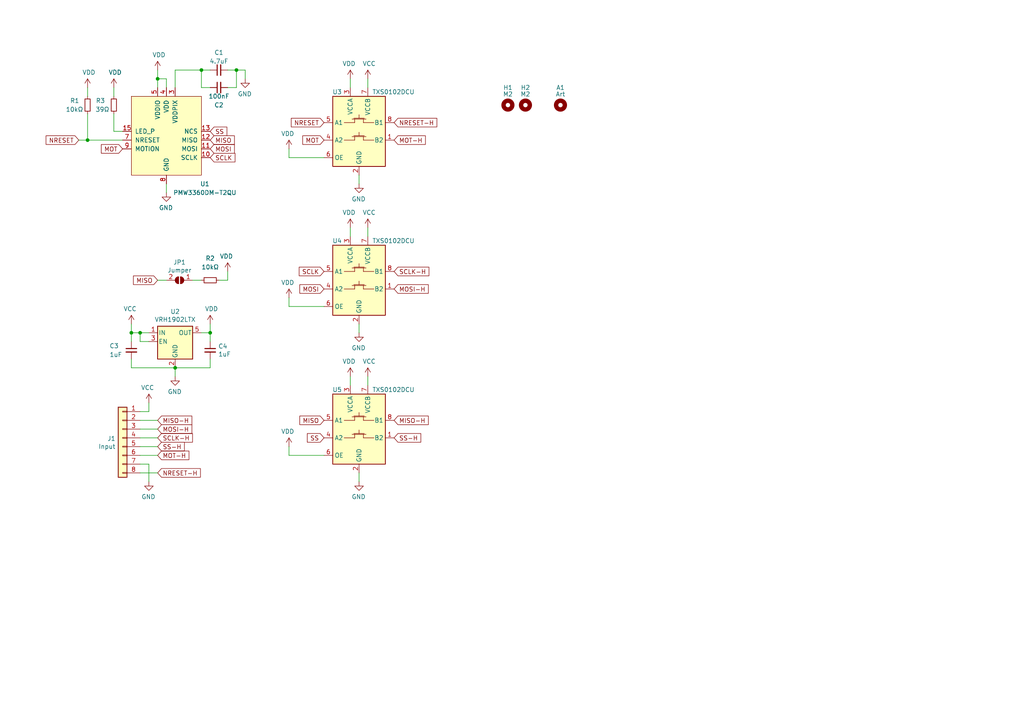
<source format=kicad_sch>
(kicad_sch (version 20211123) (generator eeschema)
  (paper "A4")
  (title_block (title "Ogen") (date "2022-11-11") (rev "V1.2") (company "Ariamelon"))
  (lib_symbols
    (symbol "Connector_Generic:Conn_01x08" (pin_names (offset 1.016) hide)
      (property "Reference" "J" (at 0 10.16 0))
      (property "Value" "Conn_01x08" (at 0 -12.7 0))
      (symbol "Conn_01x08_1_1"
        (rectangle (start -1.27 -10.033) (end 0 -10.287) (stroke (width 0.1524)))
        (rectangle (start -1.27 -7.493) (end 0 -7.747) (stroke (width 0.1524)))
        (rectangle (start -1.27 -4.953) (end 0 -5.207) (stroke (width 0.1524)))
        (rectangle (start -1.27 -2.413) (end 0 -2.667) (stroke (width 0.1524)))
        (rectangle (start -1.27 0.127) (end 0 -0.127) (stroke (width 0.1524)))
        (rectangle (start -1.27 2.667) (end 0 2.413) (stroke (width 0.1524)))
        (rectangle (start -1.27 5.207) (end 0 4.953) (stroke (width 0.1524)))
        (rectangle (start -1.27 7.747) (end 0 7.493) (stroke (width 0.1524)))
        (rectangle (start -1.27 8.89) (end 1.27 -11.43) (stroke (width 0.254)) (fill (type background)))
        (pin passive line (at -5.08 7.62 0) (length 3.81) (name "Pin_1") (number "1"))
        (pin passive line (at -5.08 5.08 0) (length 3.81) (name "Pin_2") (number "2"))
        (pin passive line (at -5.08 2.54 0) (length 3.81) (name "Pin_3") (number "3"))
        (pin passive line (at -5.08 0 0) (length 3.81) (name "Pin_4") (number "4"))
        (pin passive line (at -5.08 -2.54 0) (length 3.81) (name "Pin_5") (number "5"))
        (pin passive line (at -5.08 -5.08 0) (length 3.81) (name "Pin_6") (number "6"))
        (pin passive line (at -5.08 -7.62 0) (length 3.81) (name "Pin_7") (number "7"))
        (pin passive line (at -5.08 -10.16 0) (length 3.81) (name "Pin_8") (number "8"))
      )
    )
    (symbol "Device:C_Small" (pin_numbers hide) (pin_names (offset 0.254) hide)
      (property "Reference" "C" (at 0.254 1.778 0))
      (property "Value" "C_Small" (at 0.254 -2.032 0))
      (symbol "C_Small_0_1"
        (polyline (pts (xy -1.524 -0.508) (xy 1.524 -0.508)) (stroke (width 0.3302)))
        (polyline (pts (xy -1.524 0.508) (xy 1.524 0.508)) (stroke (width 0.3048)))
      )
      (symbol "C_Small_1_1"
        (pin passive line (at 0 2.54 270) (length 2.032) (name "~") (number "1"))
        (pin passive line (at 0 -2.54 90) (length 2.032) (name "~") (number "2"))
      )
    )
    (symbol "Device:R_Small" (pin_numbers hide) (pin_names (offset 0.254) hide)
      (property "Reference" "R" (at 0.762 0.508 0))
      (property "Value" "R_Small" (at 0.762 -1.016 0))
      (symbol "R_Small_0_1"
        (rectangle (start -0.762 1.778) (end 0.762 -1.778) (stroke (width 0.2032)))
      )
      (symbol "R_Small_1_1"
        (pin passive line (at 0 2.54 270) (length 0.762) (name "~") (number "1"))
        (pin passive line (at 0 -2.54 90) (length 0.762) (name "~") (number "2"))
      )
    )
    (symbol "Jumper:SolderJumper_2_Open" (pin_names (offset 0) hide)
      (property "Reference" "JP" (at 0 2.032 0))
      (property "Value" "SolderJumper_2_Open" (at 0 -2.54 0))
      (symbol "SolderJumper_2_Open_0_1"
        (arc (start -0.254 1.016) (mid -1.27 0) (end -0.254 -1.016))
        (arc (start -0.254 1.016) (mid -1.27 0) (end -0.254 -1.016) (fill (type outline)))
        (polyline (pts (xy -0.254 1.016) (xy -0.254 -1.016)))
        (polyline (pts (xy 0.254 1.016) (xy 0.254 -1.016)))
        (arc (start 0.254 -1.016) (mid 1.27 0) (end 0.254 1.016))
        (arc (start 0.254 -1.016) (mid 1.27 0) (end 0.254 1.016) (fill (type outline)))
      )
      (symbol "SolderJumper_2_Open_1_1"
        (pin passive line (at -3.81 0 0) (length 2.54) (name "A") (number "1"))
        (pin passive line (at 3.81 0 180) (length 2.54) (name "B") (number "2"))
      )
    )
    (symbol "Logic_LevelTranslator:TXS0102DCU"
      (property "Reference" "U" (at -6.35 11.43 0))
      (property "Value" "TXS0102DCU" (at 3.81 11.43 0))
      (symbol "TXS0102DCU_0_1"
        (rectangle (start -7.62 10.16) (end 7.62 -10.16) (stroke (width 0.254)) (fill (type background)))
        (polyline (pts (xy -4.318 -2.54) (xy -1.27 -2.54)))
        (polyline (pts (xy -2.032 -1.524) (xy 2.032 -1.524)))
        (polyline (pts (xy -1.524 -1.27) (xy 1.524 -1.27)))
        (polyline (pts (xy -1.27 -2.54) (xy -1.27 -1.524)))
        (polyline (pts (xy 0 -1.27) (xy 0 -0.254)))
        (polyline (pts (xy 1.27 -2.54) (xy 1.27 -1.524)))
        (polyline (pts (xy 4.318 -2.54) (xy 1.27 -2.54)))
      )
      (symbol "TXS0102DCU_1_1"
        (polyline (pts (xy -4.318 2.54) (xy -1.27 2.54)))
        (polyline (pts (xy -2.032 3.556) (xy 2.032 3.556)))
        (polyline (pts (xy -1.524 3.81) (xy 1.524 3.81)))
        (polyline (pts (xy -1.27 2.54) (xy -1.27 3.556)))
        (polyline (pts (xy 0 3.81) (xy 0 4.826)))
        (polyline (pts (xy 1.27 2.54) (xy 1.27 3.556)))
        (polyline (pts (xy 4.318 2.54) (xy 1.27 2.54)))
        (pin bidirectional line (at 10.16 -2.54 180) (length 2.54) (name "B2") (number "1"))
        (pin power_in line (at 0 -12.7 90) (length 2.54) (name "GND") (number "2"))
        (pin power_in line (at -2.54 12.7 270) (length 2.54) (name "VCCA") (number "3"))
        (pin bidirectional line (at -10.16 -2.54 0) (length 2.54) (name "A2") (number "4"))
        (pin bidirectional line (at -10.16 2.54 0) (length 2.54) (name "A1") (number "5"))
        (pin input line (at -10.16 -7.62 0) (length 2.54) (name "OE") (number "6"))
        (pin power_in line (at 2.54 12.7 270) (length 2.54) (name "VCCB") (number "7"))
        (pin bidirectional line (at 10.16 2.54 180) (length 2.54) (name "B1") (number "8"))
      )
    )
    (symbol "Mechanical:MountingHole" (pin_names (offset 1.016))
      (property "Reference" "H" (at 0 5.08 0))
      (property "Value" "MountingHole" (at 0 3.175 0))
      (symbol "MountingHole_0_1"
        (circle (center 0 0) (radius 1.27) (stroke (width 1.27)))
      )
    )
    (symbol "PMW3360DM-T2QU_1" (pin_names (offset 1.016))
      (property "Reference" "U" (at 0 12.7 0))
      (property "Value" "PMW3360DM-T2QU_1" (at 0 20.32 0))
      (symbol "PMW3360DM-T2QU_1_0_1"
        (rectangle (start -10.16 10.16) (end 10.16 -12.7) (fill (type background)))
      )
      (symbol "PMW3360DM-T2QU_1_1_1"
        (pin no_connect line (at -12.7 7.62 0) (length 2.54) hide (name "NC") (number "1"))
        (pin input line (at 12.7 -7.62 180) (length 2.54) (name "SCLK") (number "10"))
        (pin input line (at 12.7 -5.08 180) (length 2.54) (name "MOSI") (number "11"))
        (pin output line (at 12.7 -2.54 180) (length 2.54) (name "MISO") (number "12"))
        (pin input line (at 12.7 0 180) (length 2.54) (name "NCS") (number "13"))
        (pin no_connect line (at -12.7 7.62 0) (length 2.54) hide (name "NC") (number "14"))
        (pin input line (at -12.7 0 0) (length 2.54) (name "LED_P") (number "15"))
        (pin no_connect line (at -12.7 7.62 0) (length 2.54) hide (name "NC") (number "16"))
        (pin no_connect line (at -12.7 7.62 0) (length 2.54) hide (name "NC") (number "2"))
        (pin power_in line (at 2.54 12.7 270) (length 2.54) (name "VDDPIX") (number "3"))
        (pin power_in line (at 0 12.7 270) (length 2.54) (name "VDD") (number "4"))
        (pin power_in line (at -2.54 12.7 270) (length 2.54) (name "VDDIO") (number "5"))
        (pin no_connect line (at -12.7 7.62 0) (length 2.54) hide (name "NC") (number "6"))
        (pin input line (at -12.7 -2.54 0) (length 2.54) (name "NRESET") (number "7"))
        (pin power_in line (at 0 -15.24 90) (length 2.54) (name "GND") (number "8"))
        (pin output line (at -12.7 -5.08 0) (length 2.54) (name "MOTION") (number "9"))
      )
    )
    (symbol "Regulator_Linear:TLV70019_SOT23-5" (pin_names (offset 0.254))
      (property "Reference" "U" (at -3.81 5.715 0))
      (property "Value" "TLV70019_SOT23-5" (at 0 5.715 0))
      (symbol "TLV70019_SOT23-5_0_1"
        (rectangle (start -5.08 4.445) (end 5.08 -5.08) (stroke (width 0.254)) (fill (type background)))
      )
      (symbol "TLV70019_SOT23-5_1_1"
        (pin power_in line (at -7.62 2.54 0) (length 2.54) (name "IN") (number "1"))
        (pin power_in line (at 0 -7.62 90) (length 2.54) (name "GND") (number "2"))
        (pin input line (at -7.62 0 0) (length 2.54) (name "EN") (number "3"))
        (pin no_connect line (at 5.08 0 180) (length 2.54) hide (name "NC") (number "4"))
        (pin power_out line (at 7.62 2.54 180) (length 2.54) (name "OUT") (number "5"))
      )
    )
    (symbol "power:GND" (power) (pin_names (offset 0))
      (property "Value" "GND" (at 0 -3.81 0))
      (symbol "GND_0_1"
        (polyline (pts (xy 0 0) (xy 0 -1.27) (xy 1.27 -1.27) (xy 0 -2.54) (xy -1.27 -1.27) (xy 0 -1.27)))
      )
      (symbol "GND_1_1"
        (pin power_in line (at 0 0 270) (length 0) hide (name "GND") (number "1"))
      )
    )
    (symbol "power:VCC" (power) (pin_names (offset 0))
      (property "Value" "VCC" (at 0 3.81 0))
      (symbol "VCC_0_1"
        (polyline (pts (xy -0.762 1.27) (xy 0 2.54)))
        (polyline (pts (xy 0 0) (xy 0 2.54)))
        (polyline (pts (xy 0 2.54) (xy 0.762 1.27)))
      )
      (symbol "VCC_1_1"
        (pin power_in line (at 0 0 90) (length 0) hide (name "VCC") (number "1"))
      )
    )
    (symbol "power:VDD" (power) (pin_names (offset 0))
      (property "Value" "VDD" (at 0 3.81 0))
      (symbol "VDD_0_1"
        (polyline (pts (xy -0.762 1.27) (xy 0 2.54)))
        (polyline (pts (xy 0 0) (xy 0 2.54)))
        (polyline (pts (xy 0 2.54) (xy 0.762 1.27)))
      )
      (symbol "VDD_1_1"
        (pin power_in line (at 0 0 90) (length 0) hide (name "VDD") (number "1"))
      )
    )
  )
  (junction (at 50.8 106.68))
  (junction (at 25.4 40.64))
  (junction (at 68.58 20.32))
  (junction (at 60.96 96.52))
  (junction (at 38.1 96.52))
  (junction (at 58.42 20.32))
  (junction (at 45.72 22.86))
  (junction (at 40.64 96.52))
  (wire (pts (xy 68.58 20.32) (xy 66.04 20.32)))
  (wire (pts (xy 40.64 96.52) (xy 43.18 96.52)))
  (wire (pts (xy 40.64 129.54) (xy 45.72 129.54)))
  (wire (pts (xy 71.12 22.86) (xy 71.12 20.32)))
  (wire (pts (xy 38.1 104.14) (xy 38.1 106.68)))
  (wire (pts (xy 38.1 93.98) (xy 38.1 96.52)))
  (wire (pts (xy 45.72 22.86) (xy 45.72 25.4)))
  (wire (pts (xy 40.64 99.06) (xy 43.18 99.06)))
  (wire (pts (xy 48.26 25.4) (xy 48.26 22.86)))
  (wire (pts (xy 43.18 119.38) (xy 40.64 119.38)))
  (wire (pts (xy 83.82 88.9) (xy 93.98 88.9)))
  (wire (pts (xy 33.02 33.02) (xy 33.02 38.1)))
  (wire (pts (xy 66.04 25.4) (xy 68.58 25.4)))
  (wire (pts (xy 45.72 121.92) (xy 40.64 121.92)))
  (wire (pts (xy 45.72 132.08) (xy 40.64 132.08)))
  (wire (pts (xy 104.14 137.16) (xy 104.14 139.7)))
  (wire (pts (xy 43.18 116.84) (xy 43.18 119.38)))
  (wire (pts (xy 40.64 124.46) (xy 45.72 124.46)))
  (wire (pts (xy 106.68 22.86) (xy 106.68 25.4)))
  (wire (pts (xy 58.42 20.32) (xy 50.8 20.32)))
  (wire (pts (xy 43.18 134.62) (xy 40.64 134.62)))
  (wire (pts (xy 71.12 20.32) (xy 68.58 20.32)))
  (wire (pts (xy 25.4 25.4) (xy 25.4 27.94)))
  (wire (pts (xy 60.96 104.14) (xy 60.96 106.68)))
  (wire (pts (xy 43.18 134.62) (xy 43.18 139.7)))
  (wire (pts (xy 48.26 53.34) (xy 48.26 55.88)))
  (wire (pts (xy 60.96 106.68) (xy 50.8 106.68)))
  (wire (pts (xy 22.86 40.64) (xy 25.4 40.64)))
  (wire (pts (xy 50.8 20.32) (xy 50.8 25.4)))
  (wire (pts (xy 48.26 22.86) (xy 45.72 22.86)))
  (wire (pts (xy 25.4 40.64) (xy 35.56 40.64)))
  (wire (pts (xy 68.58 25.4) (xy 68.58 20.32)))
  (wire (pts (xy 101.6 22.86) (xy 101.6 25.4)))
  (wire (pts (xy 45.72 81.28) (xy 48.26 81.28)))
  (wire (pts (xy 106.68 66.04) (xy 106.68 68.58)))
  (wire (pts (xy 45.72 20.32) (xy 45.72 22.86)))
  (wire (pts (xy 33.02 25.4) (xy 33.02 27.94)))
  (wire (pts (xy 25.4 33.02) (xy 25.4 40.64)))
  (wire (pts (xy 83.82 45.72) (xy 93.98 45.72)))
  (wire (pts (xy 50.8 109.22) (xy 50.8 106.68)))
  (wire (pts (xy 58.42 20.32) (xy 58.42 25.4)))
  (wire (pts (xy 83.82 86.36) (xy 83.82 88.9)))
  (wire (pts (xy 101.6 66.04) (xy 101.6 68.58)))
  (wire (pts (xy 106.68 109.22) (xy 106.68 111.76)))
  (wire (pts (xy 104.14 93.98) (xy 104.14 96.52)))
  (wire (pts (xy 40.64 96.52) (xy 38.1 96.52)))
  (wire (pts (xy 83.82 43.18) (xy 83.82 45.72)))
  (wire (pts (xy 60.96 99.06) (xy 60.96 96.52)))
  (wire (pts (xy 58.42 25.4) (xy 60.96 25.4)))
  (wire (pts (xy 45.72 127) (xy 40.64 127)))
  (wire (pts (xy 104.14 50.8) (xy 104.14 53.34)))
  (wire (pts (xy 50.8 106.68) (xy 38.1 106.68)))
  (wire (pts (xy 38.1 99.06) (xy 38.1 96.52)))
  (wire (pts (xy 66.04 78.74) (xy 66.04 81.28)))
  (wire (pts (xy 60.96 96.52) (xy 58.42 96.52)))
  (wire (pts (xy 40.64 99.06) (xy 40.64 96.52)))
  (wire (pts (xy 33.02 38.1) (xy 35.56 38.1)))
  (wire (pts (xy 83.82 129.54) (xy 83.82 132.08)))
  (wire (pts (xy 58.42 20.32) (xy 60.96 20.32)))
  (wire (pts (xy 58.42 81.28) (xy 55.88 81.28)))
  (wire (pts (xy 60.96 93.98) (xy 60.96 96.52)))
  (wire (pts (xy 63.5 81.28) (xy 66.04 81.28)))
  (wire (pts (xy 83.82 132.08) (xy 93.98 132.08)))
  (wire (pts (xy 101.6 109.22) (xy 101.6 111.76)))
  (wire (pts (xy 40.64 137.16) (xy 45.72 137.16)))
  (global_label "MOT-H" (shape input) (at 114.3 40.64 0) (property "Intersheet References" "${INTERSHEET_REFS}" (effects hide)))
  (global_label "MOSI-H" (shape input) (at 114.3 83.82 0) (property "Intersheet References" "${INTERSHEET_REFS}" (effects hide)))
  (global_label "MISO" (shape input) (at 60.96 40.64 0) (property "Intersheet References" "${INTERSHEET_REFS}" (effects hide)))
  (global_label "NRESET" (shape input) (at 22.86 40.64 180) (property "Intersheet References" "${INTERSHEET_REFS}" (effects hide)))
  (global_label "MISO-H" (shape input) (at 45.72 121.92 0) (property "Intersheet References" "${INTERSHEET_REFS}" (effects hide)))
  (global_label "SS" (shape input) (at 93.98 127 180) (property "Intersheet References" "${INTERSHEET_REFS}" (effects hide)))
  (global_label "SCLK-H" (shape input) (at 114.3 78.74 0) (property "Intersheet References" "${INTERSHEET_REFS}" (effects hide)))
  (global_label "MOSI-H" (shape input) (at 45.72 124.46 0) (property "Intersheet References" "${INTERSHEET_REFS}" (effects hide)))
  (global_label "NRESET" (shape input) (at 93.98 35.56 180) (property "Intersheet References" "${INTERSHEET_REFS}" (effects hide)))
  (global_label "MISO" (shape input) (at 45.72 81.28 180) (property "Intersheet References" "${INTERSHEET_REFS}" (effects hide)))
  (global_label "SCLK-H" (shape input) (at 45.72 127 0) (property "Intersheet References" "${INTERSHEET_REFS}" (effects hide)))
  (global_label "MOSI" (shape input) (at 60.96 43.18 0) (property "Intersheet References" "${INTERSHEET_REFS}" (effects hide)))
  (global_label "MISO-H" (shape input) (at 114.3 121.92 0) (property "Intersheet References" "${INTERSHEET_REFS}" (effects hide)))
  (global_label "SS" (shape input) (at 60.96 38.1 0) (property "Intersheet References" "${INTERSHEET_REFS}" (effects hide)))
  (global_label "SS-H" (shape input) (at 45.72 129.54 0) (property "Intersheet References" "${INTERSHEET_REFS}" (effects hide)))
  (global_label "MOT" (shape input) (at 93.98 40.64 180) (property "Intersheet References" "${INTERSHEET_REFS}" (effects hide)))
  (global_label "MOT" (shape input) (at 35.56 43.18 180) (property "Intersheet References" "${INTERSHEET_REFS}" (effects hide)))
  (global_label "SS-H" (shape input) (at 114.3 127 0) (property "Intersheet References" "${INTERSHEET_REFS}" (effects hide)))
  (global_label "SCLK" (shape input) (at 93.98 78.74 180) (property "Intersheet References" "${INTERSHEET_REFS}" (effects hide)))
  (global_label "SCLK" (shape input) (at 60.96 45.72 0) (property "Intersheet References" "${INTERSHEET_REFS}" (effects hide)))
  (global_label "MOSI" (shape input) (at 93.98 83.82 180) (property "Intersheet References" "${INTERSHEET_REFS}" (effects hide)))
  (global_label "NRESET-H" (shape input) (at 114.3 35.56 0) (property "Intersheet References" "${INTERSHEET_REFS}" (effects hide)))
  (global_label "NRESET-H" (shape input) (at 45.72 137.16 0) (property "Intersheet References" "${INTERSHEET_REFS}" (effects hide)))
  (global_label "MOT-H" (shape input) (at 45.72 132.08 0) (property "Intersheet References" "${INTERSHEET_REFS}" (effects hide)))
  (global_label "MISO" (shape input) (at 93.98 121.92 180) (property "Intersheet References" "${INTERSHEET_REFS}" (effects hide)))
  (symbol (lib_id "Regulator_Linear:TLV70019_SOT23-5") (at 50.8 99.06 0) (unit 1)
    (property "Reference" "U2" (at 50.8 90.3732 0))
    (property "Value" "VRH1902LTX" (at 50.8 92.6846 0))
    (property "Footprint" "Package_TO_SOT_SMD:SOT-23-5" (effects hide))
    (property "Datasheet" "http://www.ti.com/lit/ds/symlink/tlv700.pdf" (effects hide))
    (property "LCSC Part #" "C697975" (effects hide))
    (property "JLCPCB Rotation Offset" "-90" (effects hide))
  )
  (symbol (lib_id "Device:R_Small") (at 25.4 30.48 180) (unit 1)
    (property "Reference" "R1" (at 20.32 29.21 0) (effects (justify right)))
    (property "Value" "10kΩ" (at 19.05 31.75 0) (effects (justify right)))
    (property "Footprint" "Resistor_SMD:R_0603_1608Metric" (effects hide))
    (property "LCSC Part #" "C25804" (effects hide))
  )
  (symbol (lib_id "Device:C_Small") (at 60.96 101.6 0) (unit 1)
    (property "Reference" "C4" (at 63.2968 100.4316 0) (effects (justify left)))
    (property "Value" "1uF" (at 63.2968 102.743 0) (effects (justify left)))
    (property "Footprint" "Capacitor_SMD:C_0603_1608Metric" (effects hide))
    (property "LCSC Part #" "C15849" (effects hide))
  )
  (symbol (lib_id "Device:C_Small") (at 38.1 101.6 0) (unit 1)
    (property "Reference" "C3" (at 31.75 100.33 0) (effects (justify left)))
    (property "Value" "1uF" (at 31.75 102.87 0) (effects (justify left)))
    (property "Footprint" "Capacitor_SMD:C_0603_1608Metric" (effects hide))
    (property "LCSC Part #" "C15849" (effects hide))
  )
  (symbol (lib_id "Device:C_Small") (at 63.5 20.32 90) (mirror x) (unit 1)
    (property "Reference" "C1" (at 63.5 15.24 90))
    (property "Value" "4.7uF" (at 63.5 17.78 90))
    (property "Footprint" "Capacitor_SMD:C_0603_1608Metric" (effects hide))
    (property "LCSC Part #" "C19666" (effects hide))
  )
  (symbol (lib_id "Device:C_Small") (at 63.5 25.4 90) (mirror x) (unit 1)
    (property "Reference" "C2" (at 63.5 30.48 90))
    (property "Value" "100nF" (at 63.5 27.94 90))
    (property "Footprint" "Capacitor_SMD:C_0603_1608Metric" (effects hide))
    (property "LCSC Part #" "C14663" (effects hide))
  )
  (symbol (lib_id "Device:R_Small") (at 33.02 30.48 0) (mirror x) (unit 1)
    (property "Reference" "R3" (at 30.48 29.21 0) (effects (justify right)))
    (property "Value" "39Ω" (at 31.75 31.75 0) (effects (justify right)))
    (property "Footprint" "Resistor_SMD:R_0603_1608Metric" (effects hide))
    (property "LCSC Part #" "C227492" (effects hide))
  )
  (symbol (lib_id "Connector_Generic:Conn_01x08") (at 35.56 127 0) (mirror y) (unit 1) (in_bom no)
    (property "Reference" "J1" (at 33.528 127.2032 0) (effects (justify left)))
    (property "Value" "Input" (at 33.528 129.5146 0) (effects (justify left)))
    (property "Footprint" "Connector_PinHeader_2.54mm:PinHeader_1x08_P2.54mm_Vertical" (effects hide))
  )
  (symbol (lib_id "power:VCC") (at 43.18 116.84 0) (mirror y) (unit 1)
    (property "Reference" "#PWR02" (effects hide))
    (property "Value" "VCC" (at 42.799 112.4458 0))
  )
  (symbol (lib_id "power:GND") (at 43.18 139.7 0) (mirror y) (unit 1)
    (property "Reference" "#PWR04" (effects hide))
    (property "Value" "GND" (at 43.053 144.0942 0))
  )
  (symbol (lib_id "power:GND") (at 50.8 109.22 0) (mirror y) (unit 1)
    (property "Reference" "#PWR05" (effects hide))
    (property "Value" "GND" (at 50.673 113.6142 0))
  )
  (symbol (lib_id "power:VCC") (at 38.1 93.98 0) (mirror y) (unit 1)
    (property "Reference" "#PWR03" (effects hide))
    (property "Value" "VCC" (at 37.719 89.5858 0))
  )
  (symbol (lib_id "power:VDD") (at 60.96 93.98 0) (unit 1)
    (property "Reference" "#PWR07" (effects hide))
    (property "Value" "VDD" (at 61.341 89.5858 0))
  )
  (symbol (lib_id "Jumper:SolderJumper_2_Open") (at 52.07 81.28 0) (mirror y) (unit 1) (in_bom no)
    (property "Reference" "JP1" (at 52.07 76.073 0))
    (property "Value" "Jumper" (at 52.07 78.3844 0))
    (property "Footprint" "Jumper:SolderJumper-2_P1.3mm_Open_Pad1.0x1.5mm" (effects hide))
  )
  (symbol (lib_id "Device:R_Small") (at 60.96 81.28 90) (mirror x) (unit 1)
    (property "Reference" "R2" (at 60.96 74.93 90))
    (property "Value" "10kΩ" (at 60.96 77.47 90))
    (property "Footprint" "Resistor_SMD:R_0603_1608Metric" (effects hide))
    (property "LCSC Part #" "C25804" (effects hide))
  )
  (symbol (lib_id "power:VDD") (at 66.04 78.74 0) (mirror y) (unit 1)
    (property "Reference" "#PWR08" (effects hide))
    (property "Value" "VDD" (at 65.659 74.3458 0))
  )
  (symbol (lib_id "power:VCC") (at 106.68 109.22 0) (unit 1)
    (property "Reference" "#PWR0110" (effects hide))
    (property "Value" "VCC" (at 107.061 104.8258 0))
  )
  (symbol (lib_id "Logic_LevelTranslator:TXS0102DCU") (at 104.14 124.46 0) (unit 1)
    (property "Reference" "U5" (at 97.79 113.03 0))
    (property "Value" "TXS0102DCU" (at 107.95 113.03 0) (effects (justify left)))
    (property "Footprint" "Package_SO:VSSOP-8_2.3x2mm_P0.5mm" (effects hide))
    (property "Datasheet" "http://www.ti.com/lit/gpn/txs0102" (effects hide))
    (property "LCSC Part #" "C53434" (effects hide))
    (property "JLCPCB Rotation Offset" "180" (effects hide))
  )
  (symbol (lib_id "Logic_LevelTranslator:TXS0102DCU") (at 104.14 81.28 0) (unit 1)
    (property "Reference" "U4" (at 97.79 69.85 0))
    (property "Value" "TXS0102DCU" (at 107.95 69.85 0) (effects (justify left)))
    (property "Footprint" "Package_SO:VSSOP-8_2.3x2mm_P0.5mm" (effects hide))
    (property "Datasheet" "http://www.ti.com/lit/gpn/txs0102" (effects hide))
    (property "LCSC Part #" "C9382C53434" (effects hide))
    (property "JLCPCB Rotation Offset" "180" (effects hide))
  )
  (symbol (lib_id "Mechanical:MountingHole") (at 147.32 30.48 0) (unit 1) (in_bom no)
    (property "Reference" "H1" (at 147.32 25.4 0))
    (property "Value" "M2" (at 147.32 27.305 0))
    (property "Footprint" "MountingHole:MountingHole_2.2mm_M2" (effects hide))
  )
  (symbol (lib_id "power:VDD") (at 25.4 25.4 0) (unit 1)
    (property "Reference" "#PWR0103" (effects hide))
    (property "Value" "VDD" (at 25.781 21.0058 0))
  )
  (symbol (lib_id "power:VDD") (at 101.6 22.86 0) (mirror y) (unit 1)
    (property "Reference" "#PWR0114" (effects hide))
    (property "Value" "VDD" (at 101.219 18.4658 0))
  )
  (symbol (lib_id "power:VDD") (at 101.6 66.04 0) (mirror y) (unit 1)
    (property "Reference" "#PWR0108" (effects hide))
    (property "Value" "VDD" (at 101.219 61.6458 0))
  )
  (symbol (lib_id "power:VDD") (at 33.02 25.4 0) (unit 1)
    (property "Reference" "#PWR0105" (effects hide))
    (property "Value" "VDD" (at 33.401 21.0058 0))
  )
  (symbol (lib_id "power:VDD") (at 83.82 129.54 0) (mirror y) (unit 1)
    (property "Reference" "#PWR0116" (effects hide))
    (property "Value" "VDD" (at 83.439 125.1458 0))
  )
  (symbol (lib_id "power:VCC") (at 106.68 66.04 0) (unit 1)
    (property "Reference" "#PWR0107" (effects hide))
    (property "Value" "VCC" (at 107.061 61.6458 0))
  )
  (symbol (lib_id "power:GND") (at 104.14 139.7 0) (mirror y) (unit 1)
    (property "Reference" "#PWR0106" (effects hide))
    (property "Value" "GND" (at 104.013 144.0942 0))
  )
  (symbol (lib_id "power:GND") (at 48.26 55.88 0) (mirror y) (unit 1)
    (property "Reference" "#PWR0101" (effects hide))
    (property "Value" "GND" (at 48.133 60.2742 0))
  )
  (symbol (lib_id "power:GND") (at 71.12 22.86 0) (mirror y) (unit 1)
    (property "Reference" "#PWR0102" (effects hide))
    (property "Value" "GND" (at 70.993 27.2542 0))
  )
  (symbol (lib_name "PMW3360DM-T2QU_1") (lib_id "Ogen:PMW3360DM-T2QU") (at 48.26 38.1 0) (unit 1)
    (property "Reference" "U1" (at 59.4302 53.34 0))
    (property "Value" "PMW3360DM-T2QU" (at 59.4302 55.88 0))
    (property "Footprint" "Ogen:IC_PMW3360DM-T2QU" (effects hide))
  )
  (symbol (lib_id "Mechanical:MountingHole") (at 162.56 30.48 0) (unit 1) (in_bom no)
    (property "Reference" "A1" (at 162.56 25.4 0))
    (property "Value" "Art" (at 162.56 27.305 0))
    (property "Footprint" "Ogen:Ariamelon_Logo" (effects hide))
  )
  (symbol (lib_id "power:GND") (at 104.14 53.34 0) (mirror y) (unit 1)
    (property "Reference" "#PWR0109" (effects hide))
    (property "Value" "GND" (at 104.013 57.7342 0))
  )
  (symbol (lib_id "Logic_LevelTranslator:TXS0102DCU") (at 104.14 38.1 0) (unit 1)
    (property "Reference" "U3" (at 97.79 26.67 0))
    (property "Value" "TXS0102DCU" (at 107.95 26.67 0) (effects (justify left)))
    (property "Footprint" "Package_SO:VSSOP-8_2.3x2mm_P0.5mm" (effects hide))
    (property "Datasheet" "http://www.ti.com/lit/gpn/txs0102" (effects hide))
    (property "LCSC Part #" "C53434" (effects hide))
    (property "JLCPCB Rotation Offset" "180" (effects hide))
  )
  (symbol (lib_id "power:VDD") (at 83.82 43.18 0) (mirror y) (unit 1)
    (property "Reference" "#PWR0115" (effects hide))
    (property "Value" "VDD" (at 83.439 38.7858 0))
  )
  (symbol (lib_id "power:VDD") (at 101.6 109.22 0) (mirror y) (unit 1)
    (property "Reference" "#PWR0111" (effects hide))
    (property "Value" "VDD" (at 101.219 104.8258 0))
  )
  (symbol (lib_id "power:GND") (at 104.14 96.52 0) (mirror y) (unit 1)
    (property "Reference" "#PWR0112" (effects hide))
    (property "Value" "GND" (at 104.013 100.9142 0))
  )
  (symbol (lib_id "power:VDD") (at 83.82 86.36 0) (mirror y) (unit 1)
    (property "Reference" "#PWR0117" (effects hide))
    (property "Value" "VDD" (at 83.439 81.9658 0))
  )
  (symbol (lib_id "power:VDD") (at 45.72 20.32 0) (unit 1)
    (property "Reference" "#PWR0104" (effects hide))
    (property "Value" "VDD" (at 46.101 15.9258 0))
  )
  (symbol (lib_id "power:VCC") (at 106.68 22.86 0) (unit 1)
    (property "Reference" "#PWR0113" (effects hide))
    (property "Value" "VCC" (at 107.061 18.4658 0))
  )
  (symbol (lib_id "Mechanical:MountingHole") (at 152.4 30.48 0) (unit 1) (in_bom no)
    (property "Reference" "H2" (at 152.4 25.4 0))
    (property "Value" "M2" (at 152.4 27.305 0))
    (property "Footprint" "MountingHole:MountingHole_2.2mm_M2" (effects hide))
  )
)
</source>
